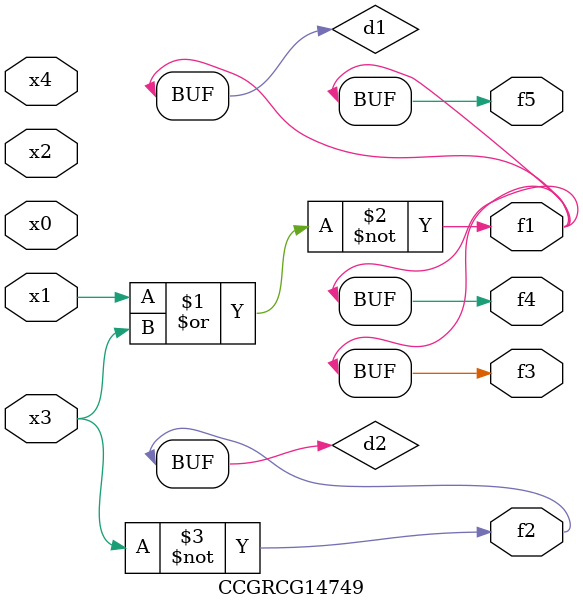
<source format=v>
module CCGRCG14749(
	input x0, x1, x2, x3, x4,
	output f1, f2, f3, f4, f5
);

	wire d1, d2;

	nor (d1, x1, x3);
	not (d2, x3);
	assign f1 = d1;
	assign f2 = d2;
	assign f3 = d1;
	assign f4 = d1;
	assign f5 = d1;
endmodule

</source>
